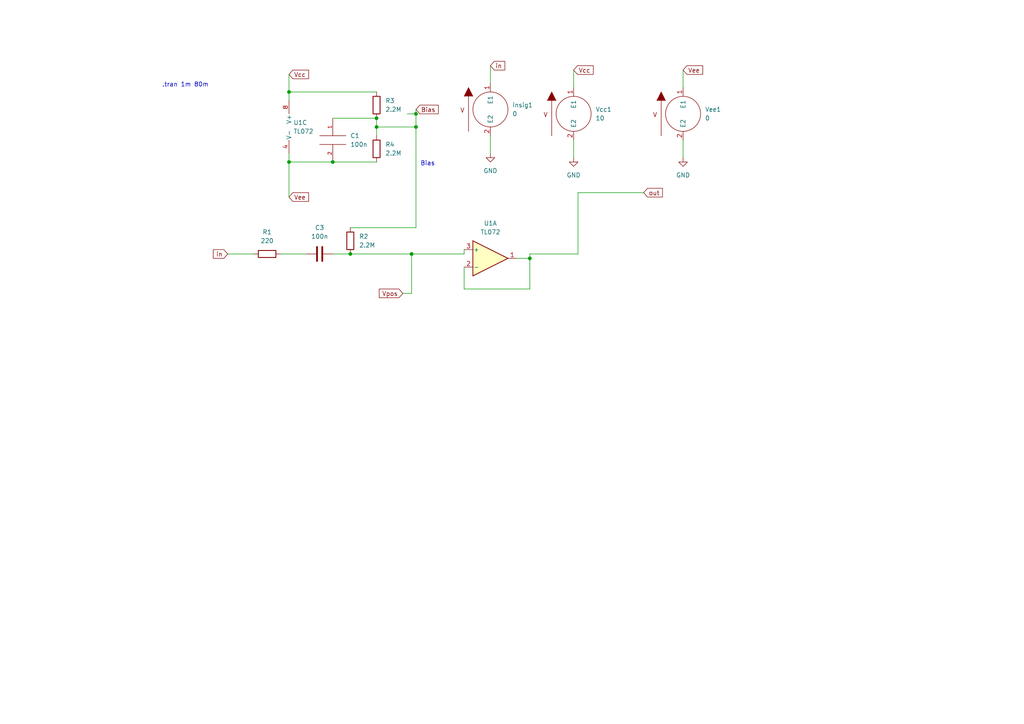
<source format=kicad_sch>
(kicad_sch (version 20211123) (generator eeschema)
  (paper "A4")
  (lib_symbols
    (symbol "Amplifier_Operational:TL072" (pin_names (offset 0.127))
      (property "Reference" "U" (at 0 5.08 0))
      (property "Value" "TL072" (at 0 -5.08 0))
      (symbol "TL072_1_1"
        (polyline (pts (xy -5.08 5.08) (xy 5.08 0) (xy -5.08 -5.08) (xy -5.08 5.08)) (stroke (width 0.254)) (fill (type background)))
        (pin output line (at 7.62 0 180) (length 2.54) (name "~") (number "1"))
        (pin input line (at -7.62 -2.54 0) (length 2.54) (name "-") (number "2"))
        (pin input line (at -7.62 2.54 0) (length 2.54) (name "+") (number "3"))
      )
      (symbol "TL072_2_1"
        (polyline (pts (xy -5.08 5.08) (xy 5.08 0) (xy -5.08 -5.08) (xy -5.08 5.08)) (stroke (width 0.254)) (fill (type background)))
        (pin input line (at -7.62 2.54 0) (length 2.54) (name "+") (number "5"))
        (pin input line (at -7.62 -2.54 0) (length 2.54) (name "-") (number "6"))
        (pin output line (at 7.62 0 180) (length 2.54) (name "~") (number "7"))
      )
      (symbol "TL072_3_1"
        (pin power_in line (at -2.54 -7.62 90) (length 3.81) (name "V-") (number "4"))
        (pin power_in line (at -2.54 7.62 270) (length 3.81) (name "V+") (number "8"))
      )
    )
    (symbol "Device:C" (pin_numbers hide) (pin_names (offset 0.254))
      (property "Reference" "C" (at 0.635 2.54 0))
      (property "Value" "C" (at 0.635 -2.54 0))
      (symbol "C_0_1"
        (polyline (pts (xy -2.032 -0.762) (xy 2.032 -0.762)) (stroke (width 0.508)))
        (polyline (pts (xy -2.032 0.762) (xy 2.032 0.762)) (stroke (width 0.508)))
      )
      (symbol "C_1_1"
        (pin passive line (at 0 3.81 270) (length 2.794) (name "~") (number "1"))
        (pin passive line (at 0 -3.81 90) (length 2.794) (name "~") (number "2"))
      )
    )
    (symbol "Device:R" (pin_numbers hide) (pin_names (offset 0))
      (property "Reference" "R" (at 2.032 0 90))
      (property "Value" "R" (at 0 0 90))
      (symbol "R_0_1"
        (rectangle (start -1.016 -2.54) (end 1.016 2.54) (stroke (width 0.254)))
      )
      (symbol "R_1_1"
        (pin passive line (at 0 3.81 270) (length 1.27) (name "~") (number "1"))
        (pin passive line (at 0 -3.81 90) (length 1.27) (name "~") (number "2"))
      )
    )
    (symbol "power:GND" (power) (pin_names (offset 0))
      (property "Value" "GND" (at 0 -3.81 0))
      (symbol "GND_0_1"
        (polyline (pts (xy 0 0) (xy 0 -1.27) (xy 1.27 -1.27) (xy 0 -2.54) (xy -1.27 -1.27) (xy 0 -1.27)))
      )
      (symbol "GND_1_1"
        (pin power_in line (at 0 0 270) (length 0) hide (name "GND") (number "1"))
      )
    )
    (symbol "pspice:CAP" (pin_names (offset 0.254))
      (property "Reference" "C" (at 2.54 3.81 90))
      (property "Value" "CAP" (at 2.54 -3.81 90))
      (symbol "CAP_0_1"
        (polyline (pts (xy -3.81 -1.27) (xy 3.81 -1.27)))
        (polyline (pts (xy -3.81 1.27) (xy 3.81 1.27)))
      )
      (symbol "CAP_1_1"
        (pin passive line (at 0 6.35 270) (length 5.08) (name "~") (number "1"))
        (pin passive line (at 0 -6.35 90) (length 5.08) (name "~") (number "2"))
      )
    )
    (symbol "pspice:VSOURCE" (pin_names (offset 1.016))
      (property "Reference" "V" (at -6.35 7.62 0))
      (property "Value" "VSOURCE" (at 0 0 0))
      (symbol "VSOURCE_0_1"
        (polyline (pts (xy -6.35 -6.35) (xy -6.35 3.81)) (fill (type outline)))
        (polyline (pts (xy -7.62 3.81) (xy -6.35 6.35) (xy -5.08 3.81)) (fill (type outline)))
        (circle (center 0 0) (radius 5.08))
        (text "V" (at -8.128 -0.254 0) (effects (font (size 1.27 1.27))))
      )
      (symbol "VSOURCE_1_1"
        (pin input line (at 0 7.62 270) (length 2.54) (name "E1") (number "1"))
        (pin input line (at 0 -7.62 90) (length 2.54) (name "E2") (number "2"))
      )
    )
  )
  (junction (at 153.67 74.93))
  (junction (at 109.22 34.29))
  (junction (at 120.65 36.83))
  (junction (at 83.82 46.99))
  (junction (at 83.82 26.67))
  (junction (at 109.22 36.83))
  (junction (at 96.52 46.99))
  (junction (at 120.65 33.02))
  (junction (at 101.6 73.66))
  (junction (at 119.38 73.66))
  (wire (pts (xy 81.28 73.66) (xy 88.9 73.66)))
  (wire (pts (xy 83.82 26.67) (xy 83.82 29.21)))
  (wire (pts (xy 83.82 21.59) (xy 83.82 26.67)))
  (wire (pts (xy 120.65 36.83) (xy 109.22 36.83)))
  (wire (pts (xy 167.64 55.88) (xy 167.64 73.66)))
  (wire (pts (xy 198.12 40.64) (xy 198.12 45.72)))
  (wire (pts (xy 83.82 44.45) (xy 83.82 46.99)))
  (wire (pts (xy 119.38 73.66) (xy 101.6 73.66)))
  (wire (pts (xy 119.38 73.66) (xy 119.38 85.09)))
  (wire (pts (xy 96.52 46.99) (xy 109.22 46.99)))
  (wire (pts (xy 166.37 20.32) (xy 166.37 25.4)))
  (wire (pts (xy 153.67 74.93) (xy 149.86 74.93)))
  (wire (pts (xy 120.65 66.04) (xy 101.6 66.04)))
  (wire (pts (xy 118.11 33.02) (xy 120.65 33.02)))
  (wire (pts (xy 167.64 73.66) (xy 153.67 73.66)))
  (wire (pts (xy 109.22 34.29) (xy 109.22 36.83)))
  (wire (pts (xy 142.24 39.37) (xy 142.24 44.45)))
  (wire (pts (xy 120.65 66.04) (xy 120.65 36.83)))
  (wire (pts (xy 134.62 73.66) (xy 119.38 73.66)))
  (wire (pts (xy 134.62 77.47) (xy 134.62 83.82)))
  (wire (pts (xy 109.22 36.83) (xy 109.22 39.37)))
  (wire (pts (xy 166.37 40.64) (xy 166.37 45.72)))
  (wire (pts (xy 153.67 73.66) (xy 153.67 74.93)))
  (wire (pts (xy 120.65 33.02) (xy 120.65 36.83)))
  (wire (pts (xy 134.62 72.39) (xy 134.62 73.66)))
  (wire (pts (xy 116.84 85.09) (xy 119.38 85.09)))
  (wire (pts (xy 66.04 73.66) (xy 73.66 73.66)))
  (wire (pts (xy 83.82 46.99) (xy 83.82 57.15)))
  (wire (pts (xy 83.82 46.99) (xy 96.52 46.99)))
  (wire (pts (xy 198.12 20.32) (xy 198.12 25.4)))
  (wire (pts (xy 153.67 83.82) (xy 153.67 74.93)))
  (wire (pts (xy 134.62 83.82) (xy 153.67 83.82)))
  (wire (pts (xy 96.52 34.29) (xy 109.22 34.29)))
  (wire (pts (xy 109.22 26.67) (xy 83.82 26.67)))
  (wire (pts (xy 96.52 73.66) (xy 101.6 73.66)))
  (wire (pts (xy 120.65 33.02) (xy 120.65 31.75)))
  (wire (pts (xy 142.24 19.05) (xy 142.24 24.13)))
  (wire (pts (xy 186.69 55.88) (xy 167.64 55.88)))
  (text ".tran 1m 80m" (at 46.99 25.4 0) (effects (font (size 1.27 1.27)) (justify left bottom)))
  (text "Bias" (at 121.92 48.26 0) (effects (font (size 1.27 1.27)) (justify left bottom)))
  (global_label "in" (shape input) (at 142.24 19.05 0) (property "Intersheet References" "${INTERSHEET_REFS}" (effects hide)))
  (global_label "Bias" (shape input) (at 120.65 31.75 0) (property "Intersheet References" "${INTERSHEET_REFS}" (effects hide)))
  (global_label "Vcc" (shape input) (at 166.37 20.32 0) (property "Intersheet References" "${INTERSHEET_REFS}" (effects hide)))
  (global_label "Vcc" (shape input) (at 83.82 21.59 0) (property "Intersheet References" "${INTERSHEET_REFS}" (effects hide)))
  (global_label "Vpos" (shape input) (at 116.84 85.09 180) (property "Intersheet References" "${INTERSHEET_REFS}" (effects hide)))
  (global_label "Vee" (shape input) (at 198.12 20.32 0) (property "Intersheet References" "${INTERSHEET_REFS}" (effects hide)))
  (global_label "Vee" (shape input) (at 83.82 57.15 0) (property "Intersheet References" "${INTERSHEET_REFS}" (effects hide)))
  (global_label "out" (shape input) (at 186.69 55.88 0) (property "Intersheet References" "${INTERSHEET_REFS}" (effects hide)))
  (global_label "in" (shape input) (at 66.04 73.66 180) (property "Intersheet References" "${INTERSHEET_REFS}" (effects hide)))
  (symbol (lib_id "Amplifier_Operational:TL072") (at 86.36 36.83 0) (unit 3)
    (property "Reference" "U1" (at 85.09 35.5599 0) (effects (justify left)))
    (property "Value" "TL072" (at 85.09 38.0999 0) (effects (justify left)))
    (property "Footprint" "Package_DIP:DIP-8_W7.62mm" (effects hide))
    (property "Datasheet" "http://www.ti.com/lit/ds/symlink/tl071.pdf" (effects hide))
    (property "Spice_Primitive" "X" (effects hide))
    (property "Spice_Model" "TL072" (effects hide))
    (property "Spice_Netlist_Enabled" "Y" (effects hide))
    (property "Spice_Lib_File" "C:\\Users\\gajdacsi\\Documents\\KiCad\\6.0\\models\\TL072.lib" (effects hide))
    (property "Spice_Node_Sequence" "3 2 8 4 1" (effects hide))
  )
  (symbol (lib_id "pspice:VSOURCE") (at 198.12 33.02 0) (unit 1)
    (property "Reference" "Vee1" (at 204.47 31.7499 0) (effects (justify left)))
    (property "Value" "0" (at 204.47 34.2899 0) (effects (justify left)))
    (property "Spice_Primitive" "V" (effects hide))
    (property "Spice_Model" "dc 0" (effects hide))
    (property "Spice_Netlist_Enabled" "Y" (effects hide))
  )
  (symbol (lib_id "Device:R") (at 77.47 73.66 90) (unit 1)
    (property "Reference" "R1" (at 77.47 67.31 90))
    (property "Value" "220" (at 77.47 69.85 90))
    (property "Footprint" "Resistor_SMD:R_0201_0603Metric" (effects hide))
  )
  (symbol (lib_id "Device:R") (at 109.22 43.18 0) (unit 1)
    (property "Reference" "R4" (at 111.76 41.9099 0) (effects (justify left)))
    (property "Value" "2.2M" (at 111.76 44.4499 0) (effects (justify left)))
    (property "Footprint" "Resistor_SMD:R_0612_1632Metric" (effects hide))
  )
  (symbol (lib_id "power:GND") (at 198.12 45.72 0) (unit 1)
    (property "Reference" "#PWR0108" (effects hide))
    (property "Value" "GND" (at 198.12 50.8 0))
  )
  (symbol (lib_id "Device:R") (at 101.6 69.85 0) (unit 1)
    (property "Reference" "R2" (at 104.14 68.5799 0) (effects (justify left)))
    (property "Value" "2.2M" (at 104.14 71.1199 0) (effects (justify left)))
    (property "Footprint" "Resistor_SMD:R_0612_1632Metric" (effects hide))
    (property "Spice_Primitive" "R" (effects hide))
    (property "Spice_Model" "2.2Meg" (effects hide))
    (property "Spice_Netlist_Enabled" "Y" (effects hide))
  )
  (symbol (lib_id "power:GND") (at 142.24 44.45 0) (unit 1)
    (property "Reference" "#PWR0101" (effects hide))
    (property "Value" "GND" (at 142.24 49.53 0))
  )
  (symbol (lib_id "pspice:VSOURCE") (at 142.24 31.75 0) (unit 1)
    (property "Reference" "insig1" (at 148.59 30.4799 0) (effects (justify left)))
    (property "Value" "0" (at 148.59 33.0199 0) (effects (justify left)))
    (property "Spice_Primitive" "V" (effects hide))
    (property "Spice_Model" "ac 1 0 sin(0 2 100)" (effects hide))
    (property "Spice_Netlist_Enabled" "Y" (effects hide))
  )
  (symbol (lib_id "power:GND") (at 166.37 45.72 0) (unit 1)
    (property "Reference" "#PWR0102" (effects hide))
    (property "Value" "GND" (at 166.37 50.8 0))
  )
  (symbol (lib_id "Device:C") (at 92.71 73.66 90) (unit 1)
    (property "Reference" "C3" (at 92.71 66.04 90))
    (property "Value" "100n" (at 92.71 68.58 90))
    (property "Footprint" "Capacitor_SMD:CP_Elec_4x3" (effects hide))
  )
  (symbol (lib_id "pspice:VSOURCE") (at 166.37 33.02 0) (unit 1)
    (property "Reference" "Vcc1" (at 172.72 31.7499 0) (effects (justify left)))
    (property "Value" "10" (at 172.72 34.2899 0) (effects (justify left)))
    (property "Spice_Primitive" "V" (effects hide))
    (property "Spice_Model" "dc 10" (effects hide))
    (property "Spice_Netlist_Enabled" "Y" (effects hide))
  )
  (symbol (lib_id "Amplifier_Operational:TL072") (at 142.24 74.93 0) (unit 1)
    (property "Reference" "U1" (at 142.24 64.77 0))
    (property "Value" "TL072" (at 142.24 67.31 0))
    (property "Footprint" "Package_DIP:DIP-8_W7.62mm" (effects hide))
    (property "Datasheet" "http://www.ti.com/lit/ds/symlink/tl071.pdf" (effects hide))
    (property "Spice_Primitive" "X" (effects hide))
    (property "Spice_Model" "TL072" (effects hide))
    (property "Spice_Netlist_Enabled" "Y" (effects hide))
    (property "Spice_Lib_File" "C:\\Users\\gajdacsi\\Documents\\KiCad\\6.0\\models\\TL072.lib" (effects hide))
    (property "Spice_Node_Sequence" "3 2 8 4 1" (effects hide))
  )
  (symbol (lib_id "pspice:CAP") (at 96.52 40.64 0) (unit 1)
    (property "Reference" "C1" (at 101.6 39.3699 0) (effects (justify left)))
    (property "Value" "100n" (at 101.6 41.9099 0) (effects (justify left)))
    (property "Spice_Primitive" "C" (effects hide))
    (property "Spice_Model" "100n" (effects hide))
    (property "Spice_Netlist_Enabled" "Y" (effects hide))
  )
  (symbol (lib_id "Device:R") (at 109.22 30.48 0) (unit 1)
    (property "Reference" "R3" (at 111.76 29.2099 0) (effects (justify left)))
    (property "Value" "2.2M" (at 111.76 31.7499 0) (effects (justify left)))
    (property "Footprint" "Resistor_SMD:R_0612_1632Metric" (effects hide))
  )
)
</source>
